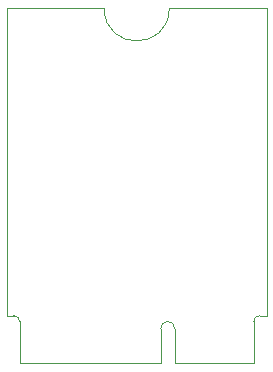
<source format=gbr>
%TF.GenerationSoftware,KiCad,Pcbnew,7.0.11-7.0.11~ubuntu22.04.1*%
%TF.CreationDate,2024-05-19T21:46:35+02:00*%
%TF.ProjectId,m.2_usd,6d2e325f-7573-4642-9e6b-696361645f70,rev?*%
%TF.SameCoordinates,Original*%
%TF.FileFunction,Profile,NP*%
%FSLAX46Y46*%
G04 Gerber Fmt 4.6, Leading zero omitted, Abs format (unit mm)*
G04 Created by KiCad (PCBNEW 7.0.11-7.0.11~ubuntu22.04.1) date 2024-05-19 21:46:35*
%MOMM*%
%LPD*%
G01*
G04 APERTURE LIST*
%TA.AperFunction,Profile*%
%ADD10C,0.050000*%
%TD*%
G04 APERTURE END LIST*
D10*
%TO.C,J1*%
X-11000000Y30000000D02*
X-11000000Y4000000D01*
X-11000000Y4000000D02*
X-10400000Y4000000D01*
X-9900000Y0D02*
X-9900000Y3500000D01*
X-9900000Y0D02*
X2025000Y0D01*
X-2750000Y30000000D02*
X-11000000Y30000000D01*
X2025000Y0D02*
X2025000Y2900000D01*
X2750000Y30000000D02*
X11000000Y30000000D01*
X3225000Y0D02*
X3225000Y2900000D01*
X9900000Y0D02*
X3225000Y0D01*
X9900000Y0D02*
X9900000Y3500000D01*
X11000000Y30000000D02*
X11000000Y4000000D01*
X11000000Y4000000D02*
X10400000Y4000000D01*
X-9900000Y3500000D02*
G75*
G03*
X-10400000Y4000000I-500000J0D01*
G01*
X3225000Y2900000D02*
G75*
G03*
X2025000Y2900000I-600000J0D01*
G01*
X-2750000Y30000000D02*
G75*
G03*
X2750000Y30000000I2750000J0D01*
G01*
X10400000Y4000000D02*
G75*
G03*
X9900000Y3500000I0J-500000D01*
G01*
%TD*%
M02*

</source>
